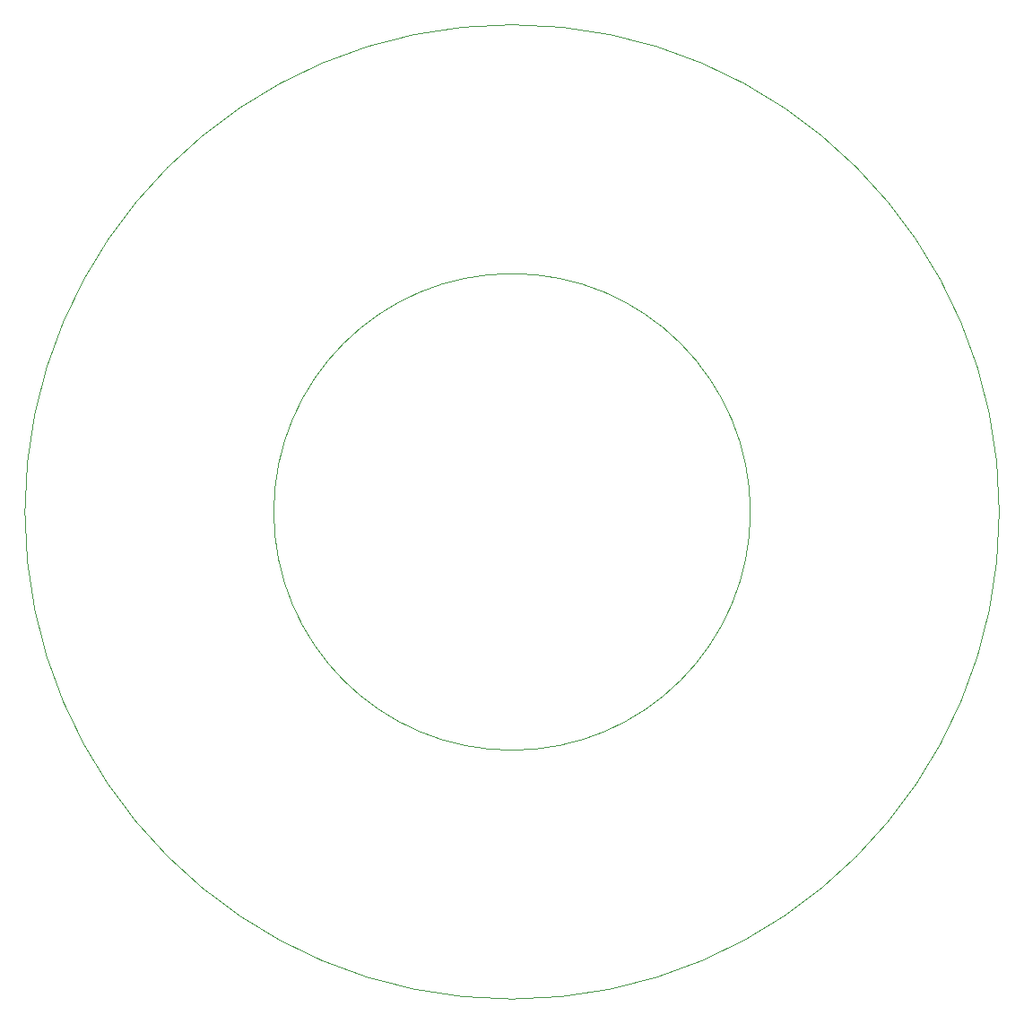
<source format=gbr>
%TF.GenerationSoftware,Altium Limited,Altium Designer,21.8.1 (53)*%
G04 Layer_Color=8388736*
%FSLAX42Y42*%
%MOMM*%
%TF.SameCoordinates,15406810-5A1E-4B15-B108-3B776D23A55A*%
%TF.FilePolarity,Positive*%
%TF.FileFunction,Other,Outline*%
%TF.Part,Single*%
G01*
G75*
%TA.AperFunction,NonConductor*%
%ADD111C,0.10*%
D111*
X20000Y17750D02*
G03*
X22250Y20000I0J2250D01*
G01*
D02*
G03*
X20000Y22250I-2250J0D01*
G01*
D02*
G03*
X17750Y20000I0J-2250D01*
G01*
D02*
G03*
X20000Y17750I2250J0D01*
G01*
X20000Y15400D02*
G03*
X24600Y20000I0J4600D01*
G01*
D02*
G03*
X20000Y24600I-4600J0D01*
G01*
D02*
G03*
X15400Y20000I0J-4600D01*
G01*
D02*
G03*
X20000Y15400I4600J0D01*
G01*
%TF.MD5,707eba36bfbe3a0f761eb5d4d474317a*%
M02*

</source>
